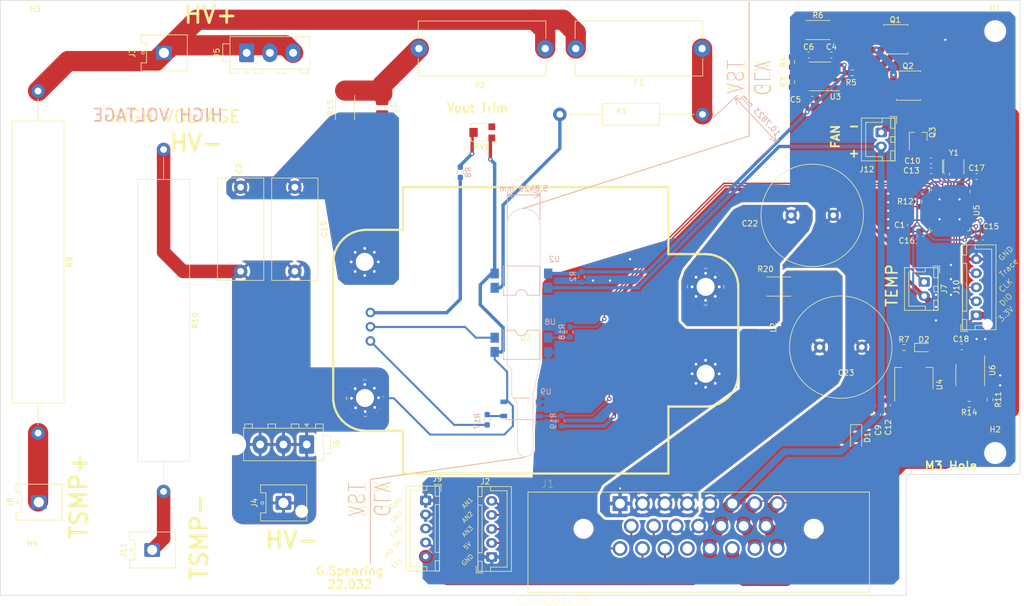
<source format=kicad_pcb>
(kicad_pcb (version 20211014) (generator pcbnew)
  (layers (0 "F.Cu" signal) (31 "B.Cu" signal) (34 "B.Paste" user) (35 "F.Paste" user) (36 "B.SilkS" user "B.Silkscreen") (37 "F.SilkS" user "F.Silkscreen") (38 "B.Mask" user) (39 "F.Mask" user) (44 "Edge.Cuts" user))
  (net 0 "")
  (net 1 "+12V")
  (net 2 "GND")
  (net 3 "Net-(C4-Pad1)")
  (net 4 "VCC")
  (net 5 "/TSAL/pass")
  (net 6 "Net-(C1-Pad2)")
  (net 7 "Net-(C10-Pad1)")
  (net 8 "+3V3")
  (net 9 "Net-(U5-Pad5)")
  (net 10 "Net-(C19-Pad1)")
  (net 11 "Net-(C22-Pad1)")
  (net 12 "/DCDC_OUT")
  (net 13 "Net-(D2-Pad1)")
  (net 14 "/CAN-")
  (net 15 "/CAN+")
  (net 16 "/TSAL_GND")
  (net 17 "/HECS_AN3")
  (net 18 "/HECS_AN2")
  (net 19 "/HECS_AN1")
  (net 20 "/IMD_OK")
  (net 21 "A13_SWDIO")
  (net 22 "A14_SWCLK")
  (net 23 "B3_TRACESWO")
  (net 24 "Net-(R1-Pad1)")
  (net 25 "Net-(R3-Pad2)")
  (net 26 "/TSAL/555_OUT")
  (net 27 "Net-(R11-Pad1)")
  (net 28 "Net-(R17-Pad1)")
  (net 29 "/vicor/FAULT_HV")
  (net 30 "/DC_DC_EN")
  (net 31 "Net-(R18-Pad2)")
  (net 32 "/DC_DC_FAULT")
  (net 33 "Net-(Q1-Pad4)")
  (net 36 "Net-(U5-Pad6)")
  (net 44 "Net-(C9-Pad1)")
  (net 53 "/vicor/EN_HV")
  (net 54 "HV-")
  (net 55 "HV+")
  (net 56 "/TEMP-")
  (net 59 "/TSAL/HV+")
  (net 60 "/vicor/HV+")
  (net 61 "+5VA")
  (net 67 "Net-(J8-Pad1)")
  (net 68 "Net-(J11-Pad1)")
  (net 70 "/controller/CAN_X_P")
  (net 71 "/controller/CAN_X_N")
  (net 75 "Net-(Q1-Pad5)")
  (net 76 "/vicor/TRIM_HV")
  (net 78 "Net-(RV1-Pad2)")
  (net 79 "Net-(J12-Pad1)")
  (net 80 "/controller/FAN_SIG")
  (footprint "AERO_Footprints:TE_MATE-N-LOK_1-770870-x_1x03_P4.14mm_Vertical" (layer "F.Cu") (at 91.4957 48.0601 90)
    (fp_text reference "J5")
    (fp_text value "HV+")
  )
  (footprint "MountingHole:MountingHole_3.2mm_M3" (layer "F.Cu") (at 53.34 139.7)
    (fp_text reference "H4")
    (fp_text value "MountingHole")
  )
  (footprint "AERO_Footprints:vicor-socket-no-cutouts" (layer "F.Cu") (at 112.522 85.3186)
    (fp_text reference "U7")
    (fp_text value "Vicor_AERO")
  )
  (footprint "Connector_Hirose:Hirose_DF63M-1P-3.96DSA_1x01_P3.96mm_Vertical" (layer "F.Cu") (at 74.676 136.652 90)
    (fp_text reference "J11")
    (fp_text value "HV-")
  )
  (footprint "MountingHole:MountingHole_3.2mm_M3" (layer "F.Cu") (at 224.79 119.38)
    (fp_text reference "H2")
    (fp_text value "MountingHole")
  )
  (footprint "Package_TO_SOT_SMD:SOT-23_Handsoldering" (layer "F.Cu") (at 211.074 62.992 90)
    (fp_text reference "Q3")
    (fp_text value "DMN3404L")
  )
  (footprint "LED_SMD:LED_0603_1608Metric_Pad1.05x0.95mm_HandSolder" (layer "F.Cu") (at 212.09 100.584)
    (fp_text reference "D2")
    (fp_text value "LED")
  )
  (footprint "Capacitor_THT:C_Radial_D18.0mm_H35.5mm_P7.50mm" (layer "F.Cu") (at 193.5417 100.5101)
    (fp_text reference "C23")
    (fp_text value "4700uF")
  )
  (footprint "Resistor_SMD:R_0603_1608Metric_Pad0.98x0.95mm_HandSolder" (layer "F.Cu") (at 188.5287 53.2661 90)
    (fp_text reference "R3")
    (fp_text value "100k")
  )
  (footprint "Package_TO_SOT_SMD:SOT-223-3_TabPin2" (layer "F.Cu") (at 210.312 106.045 90)
    (fp_text reference "U4")
    (fp_text value "LD1117S33TR_SOT223")
  )
  (footprint "Diode_SMD:D_SOD-123" (layer "F.Cu") (at 200.025 116.586 -90)
    (fp_text reference "D1")
    (fp_text value "BAT54GW")
  )
  (footprint "Resistor_SMD:R_0603_1608Metric_Pad0.98x0.95mm_HandSolder" (layer "F.Cu") (at 188.5287 49.7101 90)
    (fp_text reference "R4")
    (fp_text value "235k")
  )
  (footprint "Capacitor_SMD:C_0603_1608Metric_Pad1.08x0.95mm_HandSolder" (layer "F.Cu") (at 213.36 67.31 180)
    (fp_text reference "C10")
    (fp_text value "0.1u")
  )
  (footprint "MountingHole:MountingHole_3.2mm_M3" (layer "F.Cu") (at 53.848 44.45)
    (fp_text reference "H3")
    (fp_text value "MountingHole")
  )
  (footprint "Package_TO_SOT_SMD:LFPAK56" (layer "F.Cu") (at 209.5187 53.9021)
    (fp_text reference "Q2")
    (fp_text value "PSMN5R2-60YL")
  )
  (footprint "Connector_JST:JST_XH_B5B-XH-A_1x05_P2.50mm_Vertical" (layer "F.Cu") (at 123.374 127.8316 -90)
    (fp_text reference "J9")
    (fp_text value "Bender-LV")
  )
  (footprint "Resistor_SMD:R_0603_1608Metric_Pad0.98x0.95mm_HandSolder" (layer "F.Cu") (at 220.165501 110.705449 180)
    (fp_text reference "R14")
    (fp_text value "120")
  )
  (footprint "Capacitor_SMD:C_0603_1608Metric_Pad1.08x0.95mm_HandSolder" (layer "F.Cu") (at 209.677 78.74 90)
    (fp_text reference "C1")
    (fp_text value "4.7u")
  )
  (footprint "Package_SO:SOIC-8_3.9x4.9mm_P1.27mm" (layer "F.Cu") (at 220.345 105.475 -90)
    (fp_text reference "U6")
    (fp_text value "MCP2551-I-SN")
  )
  (footprint "Capacitor_THT:C_Radial_D18.0mm_H35.5mm_P7.50mm" (layer "F.Cu") (at 188.4617 77.0151)
    (fp_text reference "C22")
    (fp_text value "4700uF")
  )
  (footprint "Capacitor_THT:C_Rect_L18.0mm_W8.0mm_P15.00mm_FKS3_FKP3" (layer "F.Cu") (at 90.424 72.002 -90)
    (fp_text reference "C2")
    (fp_text value "0.68uF")
  )
  (footprint "Connector_JST:JST_XH_B2B-XH-A_1x02_P2.50mm_Vertical" (layer "F.Cu") (at 212.1507 88.9 -90)
    (fp_text reference "J7")
    (fp_text value "Conn_01x02")
  )
  (footprint "Capacitor_THT:C_Rect_L18.0mm_W8.0mm_P15.00mm_FKS3_FKP3" (layer "F.Cu") (at 100.076 72.002 -90)
    (fp_text reference "C19")
    (fp_text value "0.68uF")
  )
  (footprint "MountingHole:MountingHole_3.2mm_M3" (layer "F.Cu") (at 224.79 44.196)
    (fp_text reference "H1")
    (fp_text value "MountingHole")
  )
  (footprint "Capacitor_SMD:C_0603_1608Metric_Pad1.08x0.95mm_HandSolder" (layer "F.Cu") (at 192.2382 56.3141)
    (fp_text reference "C5")
    (fp_text value "0.1u")
  )
  (footprint "Resistor_SMD:R_2512_6332Metric_Pad1.40x3.35mm_HandSolder" (layer "F.Cu") (at 186.2427 89.7151 180)
    (fp_text reference "R20")
    (fp_text value "1")
  )
  (footprint "Potentiometer_SMD:Potentiometer_Bourns_TC33X_Vertical" (layer "F.Cu") (at 133.35 62.23 180)
    (fp_text reference "RV1")
    (fp_text value "50k TC33x-2-503E")
  )
  (footprint "Fuse:Fuseholder_Cylinder-5x20mm_Schurter_0031_8201_Horizontal_Open" (layer "F.Cu") (at 172.6007 47.2971 180)
    (fp_text reference "F1")
    (fp_text value "2A")
  )
  (footprint "Capacitor_SMD:C_0603_1608Metric_Pad1.08x0.95mm_HandSolder" (layer "F.Cu") (at 211.455 80.772 -90)
    (fp_text reference "C16")
    (fp_text value "0.1u")
  )
  (footprint "Capacitor_SMD:C_0603_1608Metric_Pad1.08x0.95mm_HandSolder" (layer "F.Cu") (at 221.488 70.104)
    (fp_text reference "C17")
    (fp_text value "0.1u")
  )
  (footprint "Resistor_SMD:R_2512_6332Metric_Pad1.40x3.35mm_HandSolder" (layer "F.Cu") (at 109.0267 57.8381 90)
    (fp_text reference "R15")
    (fp_text value "1")
  )
  (footprint "Connector_Hirose:Hirose_DF63M-1P-3.96DSA_1x01_P3.96mm_Vertical" (layer "F.Cu") (at 76.7687 48.0591 90)
    (fp_text reference "J3")
    (fp_text value "HV+")
  )
  (footprint "Fuse:Fuseholder_Cylinder-5x20mm_Schurter_0031_8201_Horizontal_Open" (layer "F.Cu") (at 122.1607 47.2971)
    (fp_text reference "F2")
    (fp_text value "35A")
  )
  (footprint "Capacitor_SMD:C_0603_1608Metric_Pad1.08x0.95mm_HandSolder" (layer "F.Cu") (at 191.5767 48.4401)
    (fp_text reference "C6")
    (fp_text value "1u")
  )
  (footprint "Connector_JST:JST_XH_B2B-XH-A_1x02_P2.50mm_Vertical" (layer "F.Cu") (at 204.487 62.25 -90)
    (fp_text reference "J12")
    (fp_text value "Conn_01x02")
  )
  (footprint "Capacitor_SMD:C_0603_1608Metric_Pad1.08x0.95mm_HandSolder" (layer "F.Cu") (at 195.6407 48.4401)
    (fp_text reference "C4")
    (fp_text value "0.1u")
  )
  (footprint "Resistor_SMD:R_2512_6332Metric_Pad1.40x3.35mm_HandSolder" (layer "F.Cu") (at 193.2277 43.9951)
    (fp_text reference "R6")
    (fp_text value "0.75")
  )
  (footprint "Resistor_SMD:R_0603_1608Metric_Pad0.98x0.95mm_HandSolder" (layer "F.Cu") (at 211.201 74.549 -90)
    (fp_text reference "R12")
    (fp_text value "10k")
  )
  (footprint "Package_TO_SOT_SMD:LFPAK56" (layer "F.Cu") (at 207.2567 45.6461)
    (fp_text reference "Q1")
    (fp_text value "PSMN5R2-60YL")
  )
  (footprint "Capacitor_SMD:C_0603_1608Metric_Pad1.08x0.95mm_HandSolder" (layer "F.Cu") (at 222.631 80.899)
    (fp_text reference "C15")
    (fp_text value "0.1u")
  )
  (footprint "Capacitor_SMD:C_0603_1608Metric_Pad1.08x0.95mm_HandSolder" (layer "F.Cu") (at 205.613 110.871 90)
    (fp_text reference "C12")
    (fp_text value "10u")
  )
  (footprint "AERO_Footprints:TE_1-770669-1_23pin_Horizontal" (layer "F.Cu") (at 157.9872 128.3876)
    (fp_text reference "J1")
    (fp_text value "Conn_01x23")
  )
  (footprint "Resistor_THT:R_Axial_Power_L50.0mm_W9.0mm_P60.96mm" (layer "F.Cu") (at 54.356 54.864 -90)
    (fp_text reference "R9")
    (fp_text value "10k")
  )
  (footprint "Capacitor_SMD:C_0603_1608Metric_Pad1.08x0.95mm_HandSolder" (layer "F.Cu") (at 203.835 112.522 90)
    (fp_text reference "C9")
    (fp_text value ".1u")
  )
  (footprint "Inductor_SMD:L_1008_2520Metric_Pad1.43x2.20mm_HandSolder" (layer "F.Cu") (at 115.6307 57.8381 -90)
    (fp_text reference "L1")
    (fp_text value "1uH")
  )
  (footprint "AERO_Footprints:Resonator_SMD_muRata_CSTxExxV-3Pin_3.0x1.1mm_HandSoldering" (layer "F.Cu") (at 217.424 68.326)
    (fp_text reference "Y1")
    (fp_text value "CSTME8M00")
  )
  (footprint "Resistor_THT:R_Axial_DIN0411_L9.9mm_D3.6mm_P25.40mm_Horizontal" (layer "F.Cu") (at 147.2692 59.0296)
    (fp_text reference "R1")
    (fp_text value "39k")
  )
  (footprint "Package_DFN_QFN:QFN-48-1EP_7x7mm_P0.5mm_EP5.3x5.3mm" (layer "F.Cu") (at 216.6877 76.1376 -90)
    (fp_text reference "U5")
    (fp_text value "STM32F413CGUx")
  )
  (footprint "Resistor_SMD:R_0603_1608Metric_Pad0.98x0.95mm_HandSolder" (layer "F.Cu") (at 208.534 100.584)
    (fp_text reference "R7")
    (fp_text value "330")
  )
  (footprint "Package_SO:SOIC-8_3.9x4.9mm_P1.27mm" (layer "F.Cu") (at 193.6087 52.2501 180)
    (fp_text reference "U3")
    (fp_text value "LM555xM")
  )
  (footprint "Connector_Hirose:Hirose_DF63M-1P-3.96DSA_1x01_P3.96mm_Vertical" (layer "F.Cu") (at 98.044 128.27 90)
    (fp_text reference "J4")
    (fp_text value "HV-")
  )
  (footprint "Connector_JST:JST_XH_B5B-XH-AM_1x05_P2.50mm_Vertical" (layer "F.Cu") (at 221.4217 94.8421 90)
    (fp_text reference "J10")
    (fp_text value "Conn_01x05")
  )
  (footprint "Resistor_THT:R_Axial_Power_L50.0mm_W9.0mm_P60.96mm" (layer "F.Cu") (at 76.708 65.278 -90)
    (fp_text reference "R10")
    (fp_text value "10k")
  )
  (footprint "Inductor_SMD:L_0805_2012Metric_Pad1.15x1.40mm_HandSolder" (layer "F.Cu") (at 183.642 97.019 -90)
    (fp_text reference "L2")
    (fp_text value "0.15uH")
  )
  (footprint "AERO_Footprints:TE_MATE-N-LOK_1-770870-x_1x03_P4.14mm_Vertical" (layer "F.Cu") (at 102.184 117.856 -90)
    (fp_text reference "J6")
    (fp_text value "HV-")
  )
  (footprint "Connector_JST:JST_XH_B5B-XH-A_1x05_P2.50mm_Vertical" (layer "F.Cu") (at 135.1252 137.9116 90)
    (fp_text reference "J2")
    (fp_text value "HECS")
  )
  (footprint "Resistor_SMD:R_0603_1608Metric_Pad0.98x0.95mm_HandSolder" (layer "F.Cu") (at 199.3237 51.6151 180)
    (fp_text reference "R5")
    (fp_text value "10k")
  )
  (footprint "Resistor_SMD:R_0603_1608Metric_Pad0.98x0.95mm_HandSolder" (layer "F.Cu") (at 223.901 109.855 -90)
    (fp_text reference "R11")
    (fp_text value "1k")
  )
  (footprint "Capacitor_SMD:C_0603_1608Metric_Pad1.08x0.95mm_HandSolder" (layer "F.Cu") (at 213.36 69.088)
    (fp_text reference "C13")
    (fp_text value "0.1u")
  )
  (footprint "Connector_Hirose:Hirose_DF63M-1P-3.96DSA_1x01_P3.96mm_Vertical" (layer "F.Cu") (at 54.483 128.143 90)
    (fp_text reference "J8")
    (fp_text value "HV+")
  )
  (footprint "Capacitor_SMD:C_0603_1608Metric_Pad1.08x0.95mm_HandSolder" (layer "F.Cu") (at 218.821 100.457 180)
    (fp_text reference "C18")
    (fp_text value "0.1u")
  )
  (footprint "Package_DIP:SMDIP-4_W9.53mm_Clearance8mm" (layer "B.Cu") (at 140.4277 88.6621)
    (fp_text reference "U2")
    (fp_text value "LTV-817S")
  )
  (footprint "Package_DIP:SMDIP-4_W9.53mm_Clearance8mm" (layer "B.Cu") (at 140.4277 100.0921 180)
    (fp_text reference "U8")
    (fp_text value "LTV-817S")
  )
  (footprint "Resistor_SMD:R_0603_1608Metric_Pad0.98x0.95mm_HandSolder" (layer "B.Cu") (at 151.0957 88.0036 -90)
    (fp_text reference "R2")
    (fp_text value "10k")
  )
  (footprint "Resistor_SMD:R_0603_1608Metric_Pad0.98x0.95mm_HandSolder" (layer "B.Cu") (at 134.3317 113.4506 -90)
    (fp_text reference "R17")
    (fp_text value "1k")
  )
  (footprint "Resistor_SMD:R_0603_1608Metric_Pad0.98x0.95mm_HandSolder" (layer "B.Cu") (at 149.0637 97.8061 -90)
    (fp_text reference "R18")
    (fp_text value "1k")
  )
  (footprint "Package_SO:MFSOP6-4_4.4x3.6mm_P1.27mm" (layer "B.Cu") (at 140.4277 111.5221)
    (fp_text reference "U9")
    (fp_text value "TLP184")
  )
  (footprint "Resistor_SMD:R_0603_1608Metric_Pad0.98x0.95mm_HandSolder" (layer "B.Cu") (at 129.54 69.342 90)
    (fp_text reference "R8")
    (fp_text value "300")
  )
  (footprint "Resistor_SMD:R_0603_1608Metric_Pad0.98x0.95mm_HandSolder" (layer "B.Cu") (at 147.5397 113.6576 -90)
    (fp_text reference "R19")
    (fp_text value "10k")
  )
  (gr_line (start 113.538 124.079) (end 141.097 120.142) (layer "B.SilkS") (width 0.15))
  (gr_line (start 180.975 62.865) (end 180.975 38.9128) (layer "B.SilkS") (width 0.15))
  (gr_line (start 140.589 75.819) (end 180.975 62.865) (layer "B.SilkS") (width 0.15))
  (gr_line (start 113.538 139.065) (end 113.538 124.079) (layer "B.SilkS") (width 0.15))
  (gr_line (start 180.975 62.865) (end 140.843 75.819) (layer "F.SilkS") (width 0.15))
  (gr_line (start 141.097 120.142) (end 115.062 123.825) (layer "F.SilkS") (width 0.15))
  (gr_line (start 115.062 123.825) (end 113.538 124.079) (layer "F.SilkS") (width 0.15))
  (gr_line (start 180.975 38.9128) (end 180.975 62.865) (layer "F.SilkS") (width 0.15))
  (gr_line (start 113.538 124.079) (end 113.538 139.065) (layer "F.SilkS") (width 0.15))
  (gr_line (start 229.235 123.19) (end 208.915 123.19) (layer "Edge.Cuts") (width 0.1))
  (gr_line (start 142.494 118.618) (end 142.494 108.966) (layer "Edge.Cuts") (width 0.1))
  (gr_line (start 47.625 40.005) (end 47.625 38.735) (layer "Edge.Cuts") (width 0.1))
  (gr_line (start 143.764 103.124) (end 143.764 78.74) (layer "Edge.Cuts") (width 0.1))
  (gr_line (start 138.684 109.22) (end 139.7 110.49) (layer "Edge.Cuts") (width 0.1))
  (gr_arc (start 142.494 118.618) (mid 141.097 120.015) (end 139.7 118.618) (layer "Edge.Cuts") (width 0.1))
  (gr_line (start 59.055 144.7292) (end 47.625 144.7292) (layer "Edge.Cuts") (width 0.1))
  (gr_line (start 138.684 104.394) (end 138.684 109.22) (layer "Edge.Cuts") (width 0.1))
  (gr_line (start 137.922 78.74) (end 137.922 103.632) (layer "Edge.Cuts") (width 0.1))
  (gr_line (start 229.235 40.005) (end 229.235 59.69) (layer "Edge.Cuts") (width 0.1))
  (gr_line (start 47.625 53.975) (end 47.625 40.005) (layer "Edge.Cuts") (width 0.1))
  (gr_line (start 47.625 144.7292) (end 47.625 144.145) (layer "Edge.Cuts") (width 0.1))
  (gr_line (start 208.915 144.145) (end 208.915 144.7292) (layer "Edge.Cuts") (width 0.1))
  (gr_line (start 161.29 38.735) (end 229.235 38.735) (layer "Edge.Cuts") (width 0.1))
  (gr_line (start 229.235 59.69) (end 229.235 122.555) (layer "Edge.Cuts") (width 0.1))
  (gr_line (start 208.915 144.7292) (end 59.055 144.7292) (layer "Edge.Cuts") (width 0.1))
  (gr_line (start 142.494 108.966) (end 143.764 103.124) (layer "Edge.Cuts") (width 0.1))
  (gr_line (start 208.915 123.19) (end 208.915 144.145) (layer "Edge.Cuts") (width 0.1))
  (gr_line (start 47.625 93.98) (end 47.625 53.975) (layer "Edge.Cuts") (width 0.1))
  (gr_line (start 137.922 103.632) (end 138.684 104.394) (layer "Edge.Cuts") (width 0.1))
  (gr_line (start 229.235 38.735) (end 229.235 40.005) (layer "Edge.Cuts") (width 0.1))
  (gr_arc (start 137.922 78.74) (mid 140.843 75.819) (end 143.764 78.74) (layer "Edge.Cuts") (width 0.1))
  (gr_line (start 139.7 110.49) (end 139.7 114.808) (layer "Edge.Cuts") (width 0.1))
  (gr_line (start 47.625 144.145) (end 47.625 93.98) (layer "Edge.Cuts") (width 0.1))
  (gr_line (start 229.235 122.555) (end 229.235 123.19) (layer "Edge.Cuts") (width 0.1))
  (gr_line (start 47.625 38.735) (end 83.82 38.735) (layer "Edge.Cuts") (width 0.1))
  (gr_line (start 139.7 114.808) (end 139.7 118.618) (layer "Edge.Cuts") (width 0.1))
  (gr_line (start 83.82 38.735) (end 161.29 38.735) (layer "Edge.Cuts") (width 0.1))
  (gr_text "GLV" (at 183.261 52.578 -90) (layer "B.SilkS") (effects (font (size 2.8 2.4)) (justify mirror)))
  (gr_text "GLV" (at 115.57 127.635 -90) (layer "B.SilkS") (effects (font (size 2.8 2.4)) (justify mirror)))
  (gr_text "TSV\n" (at 178.594197 52.333648 90) (layer "B.SilkS") (effects (font (size 2.8 2.4)) (justify mirror)))
  (gr_text "HIGH VOLTAGE" (at 75.66548 59.182) (layer "B.SilkS") (effects (font (size 2.2 2.2) (thickness 0.3)) (justify mirror)))
  (gr_text "TSV\n" (at 111.125 127.635 90) (layer "B.SilkS") (effects (font (size 2.8 2.4)) (justify mirror)))
  (gr_text "TSV\n" (at 178.594197 52.333648 270) (layer "F.SilkS") (effects (font (size 2.8 2.4))))
  (gr_text "CLK" (at 226.695 89.535 45) (layer "F.SilkS") (effects (font (size 1 1) (thickness 0.1))))
  (gr_text "5V" (at 130.81 135.89 45) (layer "F.SilkS") (effects (font (size 0.8 0.8) (thickness 0.1))))
  (gr_text "IMD_OK" (at 117.5178 136.525 45) (layer "F.SilkS") (effects (font (size 0.8 0.8) (thickness 0.1))))
  (gr_text "GND" (at 226.695 83.82 45) (layer "F.SilkS") (effects (font (size 1 1) (thickness 0.1))))
  (gr_text "Trace" (at 227.203 86.36 45) (layer "F.SilkS") (effects (font (size 1 1) (thickness 0.1))))
  (gr_text "M3 Hole" (at 216.916 121.666) (layer "F.SilkS") (effects (font (size 1.5 1.5) (thickness 0.3))))
  (gr_text "GND" (at 130.81 138.43 45) (layer "F.SilkS") (effects (font (size 0.8 0.8) (thickness 0.1))))
  (gr_text "TSMP+" (at 61.595 127 90) (layer "F.SilkS") (effects (font (size 3 3) (thickness 0.5))))
  (gr_text "GLV" (at 115.602197 127.644648 90) (layer "F.SilkS") (effects (font (size 2.8 2.4))))
  (gr_text "AN3" (at 130.81 133.35 45) (layer "F.SilkS") (effects (font (size 0.8 0.8) (thickness 0.1))))
  (gr_text "HIGH VOLTAGE" (at 78.74 59.436) (layer "F.SilkS") (effects (font (size 2.2 2.2) (thickness 0.3))))
  (gr_text "GLV" (at 183.293197 52.587648 90) (layer "F.SilkS") (effects (font (size 2.8 2.4))))
  (gr_text "FAN" (at 196.342 62.992 90) (layer "F.SilkS") (effects (font (size 1.5 1.5) (thickness 0.3))))
  (gr_text "TEMP" (at 206.375 89.535 90) (layer "F.SilkS") (effects (font (size 2 2) (thickness 0.3))))
  (gr_text "GND" (at 118.1528 130.81 45) (layer "F.SilkS") (effects (font (size 0.8 0.8) (thickness 0.1))))
  (gr_text "Vout Trim" (at 132.588 57.912) (layer "F.SilkS") (effects (font (size 1.5 1.5) (thickness 0.3))))
  (gr_text "GND" (at 118.1528 128.27 45) (layer "F.SilkS") (effects (font (size 0.8 0.8) (thickness 0.1))))
  (gr_text "HV+" (at 85.09 41.275) (layer "F.SilkS") (effects (font (size 3 3) (thickness 0.5))))
  (gr_text "TSMP-" (at 83.058 134.366 90) (layer "F.SilkS") (effects (font (size 3 3) (thickness 0.5))))
  (gr_text "HV-" (at 82.55 64.135) (layer "F.SilkS") (effects (font (size 3 3) (thickness 0.5))))
  (gr_text "AN2" (at 130.81 130.81 45) (layer "F.SilkS") (effects (font (size 0.8 0.8) (thickness 0.1))))
  (gr_text "HV-" (at 99.568 134.874) (layer "F.SilkS") (effects (font (size 3 3) (thickness 0.5))))
  (gr_text "AN1" (at 130.81 128.27 45) (layer "F.SilkS") (effects (font (size 0.8 0.8) (thickness 0.1))))
  (gr_text "-\n\n+" (at 199.644 63.5) (layer "F.SilkS") (effects (font (size 1.5 1.5) (thickness 0.3))))
  (gr_text "DIO" (at 226.695 92.075 45) (layer "F.SilkS") (effects (font (size 1 1) (thickness 0.1))))
  (gr_text "G.Spearing\n22.032" (at 109.855 141.605) (layer "F.SilkS") (effects (font (size 1.5 1.5) (thickness 0.3))))
  (gr_text "TSV\n" (at 111.125 127.635 270) (layer "F.SilkS") (effects (font (size 2.8 2.4))))
  (gr_text "GND" (at 118.11 133.35 45) (layer "F.SilkS") (effects (font (size 0.8 0.8) (thickness 0.1))))
  (gr_text "12V" (at 118.1528 139.065 45) (layer "F.SilkS") (effects (font (size 0.8 0.8) (thickness 0.1))))
  (gr_text "3.3V" (at 226.695 94.615 45) (layer "F.SilkS") (effects (font (size 1 1) (thickness 0.1))))
  (dimension (type aligned) (layer "B.SilkS") (pts (xy 174.244 59.944) (xy 181.61 67.818)) (height -5.774091) (gr_text "10.7823 mm" (at 182.983466 59.150758 313.0908476) (layer "B.SilkS") (effects (font (size 1 1) (thickness 0.15)) (justify mirror))) (format (units 3) (units_format 1) (precision 4)) (style (thickness 0.15) (arrow_length 1.27) (text_position_mode 0) (extension_height 0.58642) (extension_offset 0.5) keep_text_aligned))
  (dimension (type aligned) (layer "B.SilkS") (pts (xy 137.922 78.232) (xy 143.764 78.232)) (height -4.826) (gr_text "5.8420 mm" (at 140.843 72.256) (layer "B.SilkS") (effects (font (size 1 1) (thickness 0.15)) (justify mirror))) (format (units 3) (units_format 1) (precision 4)) (style (thickness 0.15) (arrow_length 1.27) (text_position_mode 0) (extension_height 0.58642) (extension_offset 0.5) keep_text_aligned))
  (segment (start 173.9872 138.5598) (end 170.8254 141.7216) (width 2.4) (layer "F.Cu") (net 1))
  (segment (start 173.9872 136.3876) (end 173.9872 138.5598) (width 2.4) (layer "F.Cu") (net 1))
  (segment (start 200.025 119.286) (end 187.0888 119.286) (width 2.4) (layer "F.Cu") (net 1))
  (segment (start 187.0888 119.286) (end 177.9872 128.3876) (width 2.4) (layer "F.Cu") (net 1))
  (segment (start 173.9872 136.3876) (end 173.9872 134.3876) (width 2.4) (layer "F.Cu") (net 1))
  (segment (start 173.9872 134.3876) (end 175.9872 132.3876) (width 2.4) (layer "F.Cu") (net 1))
  (segment (start 170.8254 141.7216) (end 127.264 141.7216) (width 2.4) (layer "F.Cu") (net 1))
  (segment (start 175.9872 132.3876) (end 175.9872 130.3876) (width 2.4) (layer "F.Cu") (net 1))
  (segment (start 175.9872 130.3876) (end 177.9872 128.3876) (width 2.4) (layer "F.Cu") (net 1))
  (segment (start 127.264 141.7216) (end 123.374 137.8316) (width 2.4) (layer "F.Cu") (net 1))
  (segment (start 204.487 111.997) (end 204.487 64.75) (width 1.2) (layer "B.Cu") (net 1))
  (segment (start 197.358 119.126) (end 204.487 111.997) (width 1.2) (layer "B.Cu") (net 1))
  (segment (start 161.2739 89.9321) (end 161.2739 89.779592) (width 0.6) (layer "B.Cu") (net 1))
  (segment (start 161.2739 89.779592) (end 186.303492 64.75) (width 0.6) (layer "B.Cu") (net 1))
  (segment (start 186.303492 64.75) (end 204.487 64.75) (width 0.6) (layer "B.Cu") (net 1))
  (segment (start 177.9872 128.3876) (end 187.2488 119.126) (width 1.2) (layer "B.Cu") (net 1))
  (segment (start 187.2488 119.126) (end 197.358 119.126) (width 1.2) (layer "B.Cu") (net 1))
  (segment (start 145.1927 89.9321) (end 161.2739 89.9321) (width 0.6) (layer "B.Cu") (net 1))
  (segment (start 220.1377 75.3876) (end 219.5377 75.3876) (width 0.254) (layer "F.Cu") (net 2))
  (segment (start 215.9377 72.6876) (end 215.9377 75.3876) (width 0.254) (layer "F.Cu") (net 2))
  (segment (start 214.4377 78.3876) (end 216.6877 76.1376) (width 0.254) (layer "F.Cu") (net 2))
  (segment (start 218.9377 78.6876) (end 219.0877 78.5376) (width 0.254) (layer "F.Cu") (net 2))
  (segment (start 219.2377 73.8876) (end 219.0877 73.7376) (width 0.254) (layer "F.Cu") (net 2))
  (segment (start 213.2377 78.3876) (end 214.4377 78.3876) (width 0.254) (layer "F.Cu") (net 2))
  (segment (start 215.9377 75.3876) (end 216.6877 76.1376) (width 0.254) (layer "F.Cu") (net 2))
  (segment (start 220.1377 73.8876) (end 219.2377 73.8876) (width 0.254) (layer "F.Cu") (net 2))
  (segment (start 218.9377 79.5876) (end 218.9377 78.6876) (width 0.254) (layer "F.Cu") (net 2))
  (segment (start 219.5377 75.3876) (end 219.0877 74.9376) (width 0.254) (layer "F.Cu") (net 2))
  (via (at 218.44 74.168) (size 0.8) (drill 0.4) (layers "F.Cu" "B.Cu") (net 2))
  (via (at 225.679 107.315) (size 0.8) (drill 0.4) (layers "F.Cu" "B.Cu") (net 2))
  (via (at 205.74 74.676) (size 0.8) (drill 0.4) (layers "F.Cu" "B.Cu") (net 2))
  (via (at 205.74 79.248) (size 0.8) (drill 0.4) (layers "F.Cu" "B.Cu") (net 2))
  (via (at 218.44 77.724) (size 0.8) (drill 0.4) (layers "F.Cu" "B.Cu") (net 2))
  (via (at 214.884 74.168) (size 0.8) (drill 0.4) (layers "F.Cu" "B.Cu") (net 2))
  (via (at 214.249 95.758) (size 0.8) (drill 0.4) (layers "F.Cu" "B.Cu") (net 2))
  (via (at 215.9 45.72) (size 0.8) (drill 0.4) (layers "F.Cu" "B.Cu") (net 2))
  (via (at 205.74 77.724) (size 0.8) (drill 0.4) (layers "F.Cu" "B.Cu") (net 2))
  (via (at 216.916 91.186) (size 0.8) (drill 0.4) (layers "F.Cu" "B.Cu") (net 2))
  (via (at 205.74 73.152) (size 0.8) (drill 0.4) (layers "F.Cu" "B.Cu") (net 2))
  (via (at 216.916 88.392) (size 0.8) (drill 0.4) (layers "F.Cu" "B.Cu") (net 2))
  (via (at 225.679 105.537) (size 0.8) (drill 0.4) (layers "F.Cu" "B.Cu") (net 2))
  (via (at 214.249 91.186) (size 0.8) (drill 0.4) (layers "F.Cu" "B.Cu") (net 2))
  (via (at 214.249 93.345) (size 0.8) (drill 0.4) (layers "F.Cu" "B.Cu") (net 2))
  (via (at 153.162 88.646) (size 0.8) (drill 0.4) (layers "F.Cu" "B.Cu") (net 2))
  (via (at 156.21 88.646) (size 0.8) (drill 0.4) (layers "F.Cu" "B.Cu") (net 2))
  (via (at 159.766 84.836) (size 0.8) (drill 0.4) (layers "F.Cu" "B.Cu") (net 2))
  (via (at 214.884 77.724) (size 0.8) (drill 0.4) (layers "F.Cu" "B.Cu") (net 2))
  (via (at 205.74 76.2) (size 0.8) (drill 0.4) (layers "F.Cu" "B.Cu") (net 2))
  (via (at 216.916 85.852) (size 0.8) (drill 0.4) (layers "F.Cu" "B.Cu") (net 2))
  (via (at 223.012 99.06) (size 0.8) (drill 0.4) (layers "F.Cu" "B.Cu") (net 2))
  (via (at 221.488 99.06) (size 0.8) (drill 0.4) (layers "F.Cu" "B.Cu") (net 2))
  (segment (start 192.9737 50.3451) (end 191.1337 50.3451) (width 0.36) (layer "F.Cu") (net 3))
  (segment (start 194.7782 48.5406) (end 192.9737 50.3451) (width 0.36) (layer "F.Cu") (net 3))
  (segment (start 197.9267 50.2181) (end 196.2107 50.2181) (width 0.6) (layer "F.Cu") (net 4))
  (segment (start 191.3227 58.6001) (end 191.3227 54.3441) (width 0.6) (layer "F.Cu") (net 4))
  (segment (start 196.2107 50.2181) (end 196.0837 50.3451) (width 0.6) (layer "F.Cu") (net 4))
  (segment (start 191.1337 54.1551) (end 188.5522 54.1551) (width 0.6) (layer "F.Cu") (net 4))
  (segment (start 191.3227 54.3441) (end 191.1337 54.1551) (width 0.6) (layer "F.Cu") (net 4))
  (via (at 191.3227 58.6001) (size 0.8) (drill 0.4) (layers "F.Cu" "B.Cu") (net 4))
  (via (at 197.9267 50.2181) (size 0.8) (drill 0.4) (layers "F.Cu" "B.Cu") (net 4))
  (segment (start 151.0957 87.0911) (end 162.8317 87.0911) (width 0.6) (layer "B.Cu") (net 4))
  (segment (start 191.3227 58.6001) (end 197.9267 51.9961) (width 0.6) (layer "B.Cu") (net 4))
  (segment (start 197.9267 51.9961) (end 197.9267 50.2181) (width 0.6) (layer "B.Cu") (net 4))
  (segment (start 150.7947 87.3921) (end 151.0957 87.0911) (width 0.6) (layer "B.Cu") (net 4))
  (segment (start 145.1927 87.3921) (end 150.7947 87.3921) (width 0.6) (layer "B.Cu") (net 4))
  (segment (start 162.8317 87.0911) (end 191.3227 58.6001) (width 0.6) (layer "B.Cu") (net 4))
  (segment (start 188.5287 48.7976) (end 190.3567 48.7976) (width 0.36) (layer "F.Cu") (net 5))
  (segment (start 189.1402 48.7976) (end 189.5447 49.2021) (width 0.36) (layer "F.Cu") (net 5))
  (segment (start 189.5447 49.2021) (end 189.5447 51.2341) (width 0.36) (layer "F.Cu") (net 5))
  (segment (start 189.5447 51.2341) (end 189.9257 51.6151) (width 0.36) (layer "F.Cu") (net 5))
  (segment (start 193.9897 52.8851) (end 196.0837 52.8851) (width 0.36) (layer "F.Cu") (net 5))
  (segment (start 192.7197 51.6151) (end 193.9897 52.8851) (width 0.36) (layer "F.Cu") (net 5))
  (segment (start 189.9257 51.6151) (end 191.1337 51.6151) (width 0.36) (layer "F.Cu") (net 5))
  (segment (start 191.1337 51.6151) (end 192.7197 51.6151) (width 0.36) (layer "F.Cu") (net 5))
  (segment (start 190.3567 48.7976) (end 190.7142 48.4401) (width 0.36) (layer "F.Cu") (net 5))
  (segment (start 209.677 77.8775) (end 213.2276 77.8775) (width 0.254) (layer "F.Cu") (net 6))
  (segment (start 213.2276 77.8775) (end 213.2377 77.8876) (width 0.254) (layer "F.Cu") (net 6))
  (segment (start 215.138 70.103985) (end 215.138 68.072) (width 0.254) (layer "F.Cu") (net 7))
  (segment (start 215.138 68.072) (end 214.376 67.31) (width 0.254) (layer "F.Cu") (net 7))
  (segment (start 214.376 67.31) (end 214.2225 67.31) (width 0.254) (layer "F.Cu") (net 7))
  (segment (start 216.4377 72.6876) (end 216.4377 71.403685) (width 0.254) (layer "F.Cu") (net 7))
  (segment (start 216.4377 71.403685) (end 215.138 70.103985) (width 0.254) (layer "F.Cu") (net 7))
  (segment (start 214.2225 69.9505) (end 214.2225 69.088) (width 0.254) (layer "F.Cu") (net 8))
  (segment (start 219.4377 81.2983) (end 219.4377 79.5876) (width 0.254) (layer "F.Cu") (net 8))
  (segment (start 210.654 102.895) (end 210.312 102.895) (width 0.6) (layer "F.Cu") (net 8))
  (segment (start 219.837 80.899) (end 219.3544 81.3816) (width 0.254) (layer "F.Cu") (net 8))
  (segment (start 210.895567 102.895) (end 210.312 102.895) (width 1.2) (layer "F.Cu") (net 8))
  (segment (start 225.425 103.251) (end 223.139 105.537) (width 1.2) (layer "F.Cu") (net 8))
  (segment (start 212.965 92.2143) (end 212.1507 91.4) (width 1.2) (layer "F.Cu") (net 8))
  (segment (start 215.19376 71.187188) (end 215.19376 70.92176) (width 0.254) (layer "F.Cu") (net 8))
  (segment (start 225.425 97.409) (end 225.425 103.251) (width 1.2) (layer "F.Cu") (net 8))
  (segment (start 221.7685 80.899) (end 219.837 80.899) (width 0.254) (layer "F.Cu") (net 8))
  (segment (start 225.425 97.409) (end 225.425 96.139) (width 1.2) (layer "F.Cu") (net 8))
  (segment (start 210.6665 78.613) (end 209.677 79.6025) (width 0.36) (layer "F.Cu") (net 8))
  (segment (start 219.6835 102.9735) (end 219.71 103) (width 0.36) (layer "F.Cu") (net 8))
  (segment (start 219.6835 100.457) (end 219.6835 96.5803) (width 0.36) (layer "F.Cu") (net 8))
  (segment (start 219.964 70.7655) (end 220.6255 70.104) (width 0.36) (layer "F.Cu") (net 8))
  (segment (start 212.6985 79.9095) (end 213.2377 79.3703) (width 0.254) (layer "F.Cu") (net 8))
  (segment (start 209.984 79.9095) (end 209.677 79.6025) (width 0.254) (layer "F.Cu") (net 8))
  (segment (start 210.312 109.195) (end 210.312 110.871) (width 0.6) (layer "F.Cu") (net 8))
  (segment (start 156.982511 92.321897) (end 176.904848 72.39956) (width 0.6) (layer "F.Cu") (net 8))
  (segment (start 213.2377 79.3703) (end 213.2377 78.8876) (width 0.254) (layer "F.Cu") (net 8))
  (segment (start 208.24896 87.49826) (end 212.1507 91.4) (width 0.6) (layer "F.Cu") (net 8))
  (segment (start 224.1281 94.8421) (end 221.4217 94.8421) (width 1.2) (layer "F.Cu") (net 8))
  (segment (start 208.24896 84.29696) (end 208.24896 87.49826) (width 0.6) (layer "F.Cu") (net 8))
  (segment (start 219.6835 96.5803) (end 221.4217 94.8421) (width 0.36) (layer "F.Cu") (net 8))
  (segment (start 220.1377 71.2937) (end 220.1377 73.38108) (width 0.36) (layer "F.Cu") (net 8))
  (segment (start 219.964 71.12) (end 219.964 70.7655) (width 0.36) (layer "F.Cu") (net 8))
  (segment (start 210.312 110.871) (end 209.4495 111.7335) (width 0.6) (layer "F.Cu") (net 8))
  (segment (start 211.455 79.9095) (end 212.6985 79.9095) (width 0.254) (layer "F.Cu") (net 8))
  (segment (start 215.4377 71.431128) (end 215.19376 71.187188) (width 0.254) (layer "F.Cu") (net 8))
  (segment (start 215.4377 72.6876) (end 215.4377 71.431128) (width 0.254) (layer "F.Cu") (net 8))
  (segment (start 156.845 112.903) (end 156.982511 112.765489) (width 0.6) (layer "F.Cu") (net 8))
  (segment (start 176.904848 72.39956) (end 196.35156 72.39956) (width 0.6) (layer "F.Cu") (net 8))
  (segment (start 209.4495 111.7335) (end 205.613 111.7335) (width 0.6) (layer "F.Cu") (net 8))
  (segment (start 212.965 100.584) (end 212.965 92.2143) (width 1.2) (layer "F.Cu") (net 8))
  (segment (start 212.965 100.584) (end 212.965 100.825567) (width 1.2) (layer "F.Cu") (net 8))
  (segment (start 219.6835 100.457) (end 219.6835 102.9735) (width 0.36) (layer "F.Cu") (net 8))
  (segment (start 210.682 102.895) (end 210.312 102.895) (width 0.36) (layer "F.Cu") (net 8))
  (segment (start 225.425 96.139) (end 224.1281 94.8421) (width 1.2) (layer "F.Cu") (net 8))
  (segment (start 196.35156 72.39956) (end 208.24896 84.29696) (width 0.6) (layer "F.Cu") (net 8))
  (segment (start 212.965 100.825567) (end 210.895567 102.895) (width 1.2) (layer "F.Cu") (net 8))
  (segment (start 156.982511 112.765489) (end 156.982511 92.321897) (width 0.6) (layer "F.Cu") (net 8))
  (segment (start 211.455 79.9095) (end 209.984 79.9095) (width 0.254) (layer "F.Cu") (net 8))
  (segment (start 219.964 71.12) (end 220.1377 71.2937) (width 0.36) (layer "F.Cu") (net 8))
  (segment (start 210.312 109.195) (end 210.312 102.895) (width 0.6) (layer "F.Cu") (net 8))
  (segment (start 223.139 105.537) (end 212.954 105.537) (width 1.2) (layer "F.Cu") (net 8))
  (segment (start 212.954 105.537) (end 210.312 102.895) (width 1.2) (layer "F.Cu") (net 8))
  (segment (start 215.19376 70.92176) (end 214.2225 69.9505) (width 0.254) (layer "F.Cu") (net 8))
  (segment (start 210.89618 78.613) (end 210.6665 78.613) (width 0.36) (layer "F.Cu") (net 8))
  (via (at 210.89618 78.613) (size 0.8) (drill 0.4) (layers "F.Cu" "B.Cu") (net 8))
  (via (at 215.19376 71.187188) (size 0.8) (drill 0.4) (layers "F.Cu" "B.Cu") (net 8))
  (via (at 219.964 71.12) (size 0.8) (drill 0.4) (layers "F.Cu" "B.Cu") (net 8))
  (via (at 219.3544 81.3816) (size 0.8) (drill 0.4) (layers "F.Cu" "B.Cu") (net 8))
  (via (at 156.845 112.903) (size 0.8) (drill 0.4) (layers "F.Cu" "B.Cu") (net 8))
  (segment (start 210.89618 73.83782) (end 213.679526 71.054474) (width 0.36) (layer "B.Cu") (net 8))
  (segment (start 219.898474 71.054474) (end 219.964 71.12) (width 0.36) (layer "B.Cu") (net 8))
  (segment (start 211.415 91.4) (end 212.1507 91.4) (width 0.36) (layer "B.Cu") (net 8))
  (segment (start 210.185 90.17) (end 211.415 91.4) (width 0.36) (layer "B.Cu") (net 8))
  (segment (start 156.845 112.903) (end 155.1779 114.5701) (width 0.6) (layer "B.Cu") (net 8))
  (segment (start 211.074 78.613) (end 210.89618 78.613) (width 0.36) (layer "B.Cu") (net 8))
  (segment (start 213.8426 81.3816) (end 211.074 78.613) (width 0.36) (layer "B.Cu") (net 8))
  (segment (start 214.956843 71.054474) (end 219.898474 71.054474) (width 0.36) (layer "B.Cu") (net 8))
  (segment (start 219.3544 81.3816) (end 213.8426 81.3816) (width 0.36) (layer "B.Cu") (net 8))
  (segment (start 213.679526 71.054474) (end 214.956843 71.054474) (width 0.36) (layer "B.Cu") (net 8))
  (segment (start 155.1779 114.5701) (end 147.5397 114.5701) (width 0.6) (layer "B.Cu") (net 8))
  (segment (start 210.89618 78.613) (end 210.89618 73.83782) (width 0.36) (layer "B.Cu") (net 8))
  (segment (start 210.185 79.32418) (end 210.89618 78.613) (width 0.36) (layer "B.Cu") (net 8))
  (segment (start 210.185 79.32418) (end 210.185 90.17) (width 0.36) (layer "B.Cu") (net 8))
  (segment (start 217.424 72.6739) (end 217.4377 72.6876) (width 0.254) (layer "F.Cu") (net 9))
  (segment (start 218.624 68.326) (end 218.624 69.92) (width 0.254) (layer "F.Cu") (net 9))
  (segment (start 218.624 69.92) (end 217.424 71.12) (width 0.254) (layer "F.Cu") (net 9))
  (segment (start 217.424 71.12) (end 217.424 72.6739) (width 0.254) (layer "F.Cu") (net 9))
  (segment (start 211.215 100.584) (end 209.4465 100.584) (width 0.36) (layer "F.Cu") (net 13))
  (segment (start 219.9405 112.8623) (end 219.9405 111.392948) (width 0.2) (layer "F.Cu") (net 14))
  (segment (start 182.4372 127.9376) (end 184.157471 127.9376) (width 0.2) (layer "F.Cu") (net 14))
  (segment (start 181.9872 136.3876) (end 181.9872 134.3876) (width 2.4) (layer "F.Cu") (net 14))
  (segment (start 219.71 107.95) (end 219.71 110.24845) (width 0.254) (layer "F.Cu") (net 14))
  (segment (start 184.157471 127.9376) (end 185.319482 126.775589) (width 0.2) (layer "F.Cu") (net 14))
  (segment (start 207.4248 118.901) (end 213.9018 118.901) (width 0.2) (layer "F.Cu") (net 14))
  (segment (start 187.67033 127.791) (end 198.5348 127.791) (width 0.2) (layer "F.Cu") (net 14))
  (segment (start 198.5348 127.791) (end 207.4248 118.901) (width 0.2) (layer "F.Cu") (net 14))
  (segment (start 219.9405 111.392948) (end 219.253001 110.705449) (width 0.2) (layer "F.Cu") (net 14))
  (segment (start 181.9872 134.3876) (end 179.9872 132.3876) (width 2.4) (layer "F.Cu") (net 14))
  (segment (start 213.9018 118.901) (end 219.9405 112.8623) (width 0.2) (layer "F.Cu") (net 14))
  (segment (start 179.9872 132.3876) (end 179.9872 130.3876) (width 2.4) (layer "F.Cu") (net 14))
  (segment (start 219.71 110.24845) (end 219.253001 110.705449) (width 0.254) (layer "F.Cu") (net 14))
  (segment (start 179.9872 130.3876) (end 181.9872 128.3876) (width 2.4) (layer "F.Cu") (net 14))
  (segment (start 181.9872 128.3876) (end 182.4372 127.9376) (width 0.2) (layer "F.Cu") (net 14))
  (segment (start 185.319482 126.775589) (end 186.654918 126.775589) (width 0.2) (layer "F.Cu") (net 14))
  (segment (start 186.654918 126.775589) (end 187.67033 127.791) (width 0.2) (layer "F.Cu") (net 14))
  (segment (start 185.9872 128.3876) (end 186.8906 128.3876) (width 0.2) (layer "F.Cu") (net 15))
  (segment (start 183.9872 130.3876) (end 185.9872 128.3876) (width 2.4) (layer "F.Cu") (net 15))
  (segment (start 198.7212 128.241) (end 207.6112 119.351) (width 0.2) (layer "F.Cu") (net 15))
  (segment (start 220.390502 113.048698) (end 220.390502 111.392948) (width 0.2) (layer "F.Cu") (net 15))
  (segment (start 191.025 128.541) (end 191.025 128.903132) (width 0.2) (layer "F.Cu") (net 15))
  (segment (start 196.775 128.241) (end 198.7212 128.241) (width 0.2) (layer "F.Cu") (net 15))
  (segment (start 192.225 128.541) (end 192.225 128.903132) (width 0.2) (layer "F.Cu") (net 15))
  (segment (start 187.0372 128.241) (end 190.725 128.241) (width 0.2) (layer "F.Cu") (net 15))
  (segment (start 220.98 110.607448) (end 221.078001 110.705449) (width 0.254) (layer "F.Cu") (net 15))
  (segment (start 185.9872 136.3876) (end 185.9872 134.3876) (width 2.4) (layer "F.Cu") (net 15))
  (segment (start 193.425 128.541) (end 193.425 128.903132) (width 0.2) (layer "F.Cu") (net 15))
  (segment (start 214.0882 119.351) (end 220.390502 113.048698) (width 0.2) (layer "F.Cu") (net 15))
  (segment (start 194.025 128.903132) (end 194.025 128.541) (width 0.2) (layer "F.Cu") (net 15))
  (segment (start 191.625 128.903132) (end 191.625 128.541) (width 0.2) (layer "F.Cu") (net 15))
  (segment (start 183.9872 132.3876) (end 183.9872 130.3876) (width 2.4) (layer "F.Cu") (net 15))
  (segment (start 220.98 107.95) (end 220.98 110.607448) (width 0.254) (layer "F.Cu") (net 15))
  (segment (start 192.825 128.903132) (end 192.825 128.541) (width 0.2) (layer "F.Cu") (net 15))
  (segment (start 194.325 128.241) (end 196.775 128.241) (width 0.2) (layer "F.Cu") (net 15))
  (segment (start 220.390502 111.392948) (end 221.078001 110.705449) (width 0.2) (layer "F.Cu") (net 15))
  (segment (start 186.8906 128.3876) (end 187.0372 128.241) (width 0.2) (layer "F.Cu") (net 15))
  (segment (start 185.9872 134.3876) (end 183.9872 132.3876) (width 2.4) (layer "F.Cu") (net 15))
  (segment (start 207.6112 119.351) (end 214.0882 119.351) (width 0.2) (layer "F.Cu") (net 15))
  (arc (start 192.525 129.203132) (mid 192.737132 129.115264) (end 192.825 128.903132) (width 0.2) (layer "F.Cu") (net 15))
  (arc (start 193.425 128.903132) (mid 193.512868 129.115264) (end 193.725 129.203132) (width 0.2) (layer "F.Cu") (net 15))
  (arc (start 194.025 128.541) (mid 194.112868 128.328868) (end 194.325 128.241) (width 0.2) (layer "F.Cu") (net 15))
  (arc (start 193.725 129.203132) (mid 193.937132 129.115264) (end 194.025 128.903132) (width 0.2) (layer "F.Cu") (net 15))
  (arc (start 192.825 128.541) (mid 192.912868 128.328868) (end 193.125 128.241) (width 0.2) (layer "F.Cu") (net 15))
  (arc (start 193.125 128.241) (mid 193.337132 128.328868) (end 193.425 128.541) (width 0.2) (layer "F.Cu") (net 15))
  (arc (start 191.025 128.903132) (mid 191.112868 129.115264) (end 191.325 129.203132) (width 0.2) (layer "F.Cu") (net 15))
  (arc (start 190.725 128.241) (mid 190.937132 128.328868) (end 191.025 128.541) (width 0.2) (layer "F.Cu") (net 15))
  (arc (start 192.225 128.903132) (mid 192.312868 129.115264) (end 192.525 129.203132) (width 0.2) (layer "F.Cu") (net 15))
  (arc (start 191.625 128.541) (mid 191.712868 128.328868) (end 191.925 128.241) (width 0.2) (layer "F.Cu") (net 15))
  (arc (start 191.925 128.241) (mid 192.137132 128.328868) (end 192.225 128.541) (width 0.2) (layer "F.Cu") (net 15))
  (arc (start 191.325 129.203132) (mid 191.537132 129.115264) (end 191.625 128.903132) (width 0.2) (layer "F.Cu") (net 15))
  (segment (start 187.555588 141.8844) (end 208.434388 121.0056) (width 2.4) (layer "F.Cu") (net 16))
  (segment (start 222.5581 53.9021) (end 211.6187 53.9021) (width 2.4) (layer "F.Cu") (net 16))
  (segment (start 180.1114 141.8844) (end 187.555588 141.8844) (width 2.4) (layer "F.Cu") (net 16))
  (segment (start 223.266 113.665) (end 225.933 113.665) (width 2.4) (layer "F.Cu") (net 16))
  (segment (start 225.933 113.665) (end 227.838 111.76) (width 2.4) (layer "F.Cu") (net 16))
  (segment (start 177.9872 136.3876) (end 177.9872 139.7602) (width 2.4) (layer "F.Cu") (net 16))
  (segment (start 227.838 59.182) (end 222.5581 53.9021) (width 2.4) (layer "F.Cu") (net 16))
  (segment (start 227.838 111.76) (end 227.838 59.182) (width 2.4) (layer "F.Cu") (net 16))
  (segment (start 208.434388 121.0056) (end 208.434388 121.003612) (width 2.4) (layer "F.Cu") (net 16))
  (segment (start 177.9872 139.7602) (end 180.1114 141.8844) (width 2.4) (layer "F.Cu") (net 16))
  (segment (start 215.927388 121.003612) (end 223.266 113.665) (width 2.4) (layer "F.Cu") (net 16))
  (segment (start 208.434388 121.003612) (end 215.927388 121.003612) (width 2.4) (layer "F.Cu") (net 16))
  (segment (start 135.1252 132.9116) (end 139.096 132.9116) (width 0.36) (layer "F.Cu") (net 17))
  (segment (start 161.9872 138.2276) (end 161.9872 136.3876) (width 0.36) (layer "F.Cu") (net 17))
  (segment (start 139.096 132.9116) (end 142.50584 136.32144) (width 0.36) (layer "F.Cu") (net 17))
  (segment (start 142.50584 136.32144) (end 142.50584 136.37296) (width 0.36) (layer "F.Cu") (net 17))
  (segment (start 145.15592 139.02304) (end 161.19176 139.02304) (width 0.36) (layer "F.Cu") (net 17))
  (segment (start 161.19176 139.02304) (end 161.9872 138.2276) (width 0.36) (layer "F.Cu") (net 17))
  (segment (start 142.50584 136.37296) (end 145.15592 139.02304) (width 0.36) (layer "F.Cu") (net 17))
  (segment (start 159.21128 138.46352) (end 159.9872 137.6876) (width 0.36) (layer "F.Cu") (net 18))
  (segment (start 137.38728 130.4116) (end 145.4392 138.46352) (width 0.36) (layer "F.Cu") (net 18))
  (segment (start 159.9872 137.6876) (end 159.9872 132.3876) (width 0.36) (layer "F.Cu") (net 18))
  (segment (start 145.4392 138.46352) (end 159.21128 138.46352) (width 0.36) (layer "F.Cu") (net 18))
  (segment (start 135.1252 130.4116) (end 137.38728 130.4116) (width 0.36) (layer "F.Cu") (net 18))
  (segment (start 144.15456 136.3876) (end 157.9872 136.3876) (width 0.36) (layer "F.Cu") (net 19))
  (segment (start 135.67856 127.9116) (end 144.15456 136.3876) (width 0.36) (layer "F.Cu") (net 19))
  (segment (start 165.9872 138.0376) (end 163.88272 140.14208) (width 0.36) (layer "F.Cu") (net 20))
  (segment (start 165.9872 136.3876) (end 165.9872 138.0376) (width 0.36) (layer "F.Cu") (net 20))
  (segment (start 128.63548 140.14208) (end 123.825 135.3316) (width 0.36) (layer "F.Cu") (net 20))
  (segment (start 163.88272 140.14208) (end 128.63548 140.14208) (width 0.36) (layer "F.Cu") (net 20))
  (segment (start 218.4377 90.0153) (end 220.7645 92.3421) (width 0.254) (layer "F.Cu") (net 21))
  (segment (start 218.4377 79.5876) (end 218.4377 90.0153) (width 0.254) (layer "F.Cu") (net 21))
  (segment (start 220.7645 92.3421) (end 221.4217 92.3421) (width 0.254) (layer "F.Cu") (net 21))
  (segment (start 220.1377 78.8876) (end 221.2546 78.8876) (width 0.254) (layer "F.Cu") (net 22))
  (segment (start 221.2546 78.8876) (end 221.361 78.994) (width 0.254) (layer "F.Cu") (net 22))
  (via (at 221.361 78.994) (size 0.8) (drill 0.4) (layers "F.Cu" "B.Cu") (net 22))
  (segment (start 220.0171 89.8421) (end 221.4217 89.8421) (width 0.254) (layer "B.Cu") (net 22))
  (segment (start 219.075 82.688443) (end 219.075 88.9) (width 0.254) (layer "B.Cu") (net 22))
  (segment (start 219.075 88.9) (end 220.0171 89.8421) (width 0.254) (layer "B.Cu") (net 22))
  (segment (start 221.361 78.994) (end 221.361 80.402443) (width 0.254) (layer "B.Cu") (net 22))
  (segment (start 221.361 80.402443) (end 219.075 82.688443) (width 0.254) (layer "B.Cu") (net 22))
  (segment (start 220.1377 77.8876) (end 222.0326 77.8876) (width 0.254) (layer "F.Cu") (net 23))
  (segment (start 222.0326 77.8876) (end 222.123 77.978) (width 0.254) (layer "F.Cu") (net 23))
  (via (at 222.123 77.978) (size 0.8) (drill 0.4) (layers "F.Cu" "B.Cu") (net 23))
  (segment (start 219.52852 86.43252) (end 220.4381 87.3421) (width 0.254) (layer "B.Cu") (net 23))
  (segment (start 219.52852 82.876297) (end 219.52852 86.43252) (width 0.254) (layer "B.Cu") (net 23))
  (segment (start 222.123 77.978) (end 222.123 80.281817) (width 0.254) (layer "B.Cu") (net 23))
  (segment (start 220.4381 87.3421) (end 221.4217 87.3421) (width 0.254) (layer "B.Cu") (net 23))
  (segment (start 222.123 80.281817) (end 219.52852 82.876297) (width 0.254) (layer "B.Cu") (net 23))
  (segment (start 135.6627 89.9321) (end 136.6359 89.9321) (width 0.6) (layer "B.Cu") (net 24))
  (segment (start 137.16 75.184) (end 147.2692 65.0748) (width 0.6) (layer "B.Cu") (net 24))
  (segment (start 136.6359 89.9321) (end 137.16 89.408) (width 0.6) (layer "B.Cu") (net 24))
  (segment (start 147.2692 65.0748) (end 147.2692 59.0296) (width 0.6) (layer "B.Cu") (net 24))
  (segment (start 137.16 89.408) (end 137.16 75.184) (width 0.6) (layer "B.Cu") (net 24))
  (segment (start 189.3942 52.3536) (end 190.0527 53.0121) (width 0.36) (layer "F.Cu") (net 25))
  (segment (start 190.0527 53.0121) (end 191.0067 53.0121) (width 0.36) (layer "F.Cu") (net 25))
  (segment (start 188.5287 50.6226) (end 188.5287 52.3536) (width 0.36) (layer "F.Cu") (net 25))
  (segment (start 191.0067 53.0121) (end 191.1337 52.8851) (width 0.36) (layer "F.Cu") (net 25))
  (segment (start 188.5287 52.3536) (end 189.3942 52.3536) (width 0.36) (layer "F.Cu") (net 25))
  (segment (start 196.0837 51.6151) (end 198.4112 51.6151) (width 0.36) (layer "F.Cu") (net 26))
  (segment (start 223.2425 108.9425) (end 222.25 107.95) (width 0.254) (layer "F.Cu") (net 27))
  (segment (start 223.901 108.9425) (end 223.2425 108.9425) (width 0.254) (layer "F.Cu") (net 27))
  (segment (start 137.2777 112.7921) (end 134.5857 112.7921) (width 0.36) (layer "B.Cu") (net 28))
  (segment (start 134.3317 114.3631) (end 128.44092 114.3631) (width 0.36) (layer "B.Cu") (net 29))
  (segment (start 128.44092 114.3631) (end 113.53282 99.455) (width 0.36) (layer "B.Cu") (net 29))
  (segment (start 214.4377 72.6876) (end 214.4377 72.1977) (width 0.254) (layer "F.Cu") (net 30))
  (segment (start 155.194 92.583) (end 155.194 95.504) (width 0.254) (layer "F.Cu") (net 30))
  (segment (start 213.55952 71.31952) (end 176.45748 71.31952) (width 0.254) (layer "F.Cu") (net 30))
  (segment (start 176.45748 71.31952) (end 155.194 92.583) (width 0.254) (layer "F.Cu") (net 30))
  (segment (start 214.4377 72.1977) (end 213.55952 71.31952) (width 0.254) (layer "F.Cu") (net 30))
  (via (at 155.194 95.504) (size 0.8) (drill 0.4) (layers "F.Cu" "B.Cu") (net 30))
  (segment (start 153.8044 96.8936) (end 149.0637 96.8936) (width 0.254) (layer "B.Cu") (net 30))
  (segment (start 155.194 95.504) (end 153.8044 96.8936) (width 0.254) (layer "B.Cu") (net 30))
  (segment (start 148.9602 98.8221) (end 145.1927 98.8221) (width 0.36) (layer "B.Cu") (net 31))
  (segment (start 213.02314 71.77304) (end 213.9377 72.6876) (width 0.254) (layer "F.Cu") (net 32))
  (segment (start 156.083 109.728) (end 156.083 92.335374) (width 0.254) (layer "F.Cu") (net 32))
  (segment (start 176.645334 71.77304) (end 213.02314 71.77304) (width 0.254) (layer "F.Cu") (net 32))
  (segment (start 156.083 92.335374) (end 176.645334 71.77304) (width 0.254) (layer "F.Cu") (net 32))
  (via (at 156.083 109.728) (size 0.8) (drill 0.4) (layers "F.Cu" "B.Cu") (net 32))
  (segment (start 143.5777 112.7921) (end 147.4927 112.7921) (width 0.36) (layer "B.Cu") (net 32))
  (segment (start 156.083 109.728) (end 153.0659 112.7451) (width 0.254) (layer "B.Cu") (net 32))
  (segment (start 153.0659 112.7451) (end 147.5397 112.7451) (width 0.254) (layer "B.Cu") (net 32))
  (segment (start 199.8387 47.5561) (end 196.2777 43.9951) (width 1.2) (layer "F.Cu") (net 33))
  (segment (start 204.4217 47.5561) (end 203.6499 47.5561) (width 1.2) (layer "F.Cu") (net 33))
  (segment (start 203.6499 47.5561) (end 199.8387 47.5561) (width 1.2) (layer "F.Cu") (net 33))
  (segment (start 206.6837 51.9921) (end 206.6837 54.41258) (width 1.2) (layer "F.Cu") (net 33))
  (via (at 206.6837 51.9921) (size 0.8) (drill 0.4) (layers "F.Cu" "B.Cu") (net 33))
  (via (at 203.6499 47.5561) (size 0.8) (drill 0.4) (layers "F.Cu" "B.Cu") (net 33))
  (segment (start 206.6837 50.5899) (end 203.6499 47.5561) (width 1.2) (layer "B.Cu") (net 33))
  (segment (start 206.6837 51.9921) (end 206.6837 50.5899) (width 1.2) (layer "B.Cu") (net 33))
  (segment (start 216.224 68.326) (end 216.224 70.428) (width 0.254) (layer "F.Cu") (net 36))
  (segment (start 216.224 70.428) (end 216.9377 71.1417) (width 0.254) (layer "F.Cu") (net 36))
  (segment (start 216.9377 71.1417) (end 216.9377 72.6876) (width 0.254) (layer "F.Cu") (net 36))
  (segment (start 212.612 111.444022) (end 212.612 109.195) (width 2.4) (layer "F.Cu") (net 44))
  (segment (start 210.170022 113.886) (end 212.612 111.444022) (width 2.4) (layer "F.Cu") (net 44))
  (segment (start 200.025 113.886) (end 210.170022 113.886) (width 2.4) (layer "F.Cu") (net 44))
  (segment (start 135.6627 98.8221) (end 132.2997 98.8221) (width 0.36) (layer "B.Cu") (net 53))
  (segment (start 130.3926 96.915) (end 113.53282 96.915) (width 0.36) (layer "B.Cu") (net 53))
  (segment (start 132.2997 98.8221) (end 130.3926 96.915) (width 0.36) (layer "B.Cu") (net 53))
  (segment (start 76.708 65.278) (end 76.708 83.566) (width 2.4) (layer "F.Cu") (net 54))
  (segment (start 134.896 67.04) (end 134.896 63.484) (width 0.6) (layer "F.Cu") (net 54))
  (segment (start 80.144 87.002) (end 90.424 87.002) (width 2.4) (layer "F.Cu") (net 54))
  (segment (start 134.896 63.484) (end 135.15 63.23) (width 0.6) (layer "F.Cu") (net 54))
  (segment (start 76.708 83.566) (end 80.144 87.002) (width 2.4) (layer "F.Cu") (net 54))
  (via (at 134.896 67.04) (size 0.8) (drill 0.4) (layers "F.Cu" "B.Cu") (net 54))
  (segment (start 124.1717 116.0941) (end 117.6926 109.615) (width 0.36) (layer "B.Cu") (net 54))
  (segment (start 136.8899 101.3621) (end 135.6627 101.3621) (width 0.6) (layer "B.Cu") (net 54))
  (segment (start 137.8877 109.9981) (end 137.8877 104.9181) (width 0.36) (layer "B.Cu") (net 54))
  (segment (start 133.096 92.964) (end 137.16 97.028) (width 0.6) (layer "B.Cu") (net 54))
  (segment (start 135.6627 87.3921) (end 135.6627 67.8067) (width 0.6) (layer "B.Cu") (net 54))
  (segment (start 135.6627 102.6931) (end 137.8877 104.9181) (width 0.36) (layer "B.Cu") (net 54))
  (segment (start 135.6627 67.8067) (end 134.896 67.04) (width 0.6) (layer "B.Cu") (net 54))
  (segment (start 133.096 89.408) (end 133.096 92.964) (width 0.6) (layer "B.Cu") (net 54))
  (segment (start 138.9037 114.5701) (end 137.3797 116.0941) (width 0.36) (layer "B.Cu") (net 54))
  (segment (start 137.16 101.092) (end 136.8899 101.3621) (width 0.6) (layer "B.Cu") (net 54))
  (segment (start 135.6627 87.3921) (end 135.1119 87.3921) (width 0.6) (layer "B.Cu") (net 54))
  (segment (start 138.9037 111.0141) (end 138.9037 114.5701) (width 0.36) (layer "B.Cu") (net 54))
  (segment (start 137.16 97.028) (end 137.16 101.092) (width 0.6) (layer "B.Cu") (net 54))
  (segment (start 138.9037 111.0141) (end 138.1417 110.2521) (width 0.36) (layer "B.Cu") (net 54))
  (segment (start 137.2777 110.2521) (end 138.1417 110.2521) (width 0.36) (layer "B.Cu") (net 54))
  (segment (start 137.3797 116.0941) (end 124.1717 116.0941) (width 0.36) (layer "B.Cu") (net 54))
  (segment (start 135.6627 101.3621) (end 135.6627 102.6931) (width 0.36) (layer "B.Cu") (net 54))
  (segment (start 135.1119 87.3921) (end 133.096 89.408) (width 0.6) (layer "B.Cu") (net 54))
  (segment (start 117.6926 109.615) (end 112.56254 109.615) (width 0.36) (layer "B.Cu") (net 54))
  (segment (start 138.1417 110.2521) (end 137.8877 109.9981) (width 0.36) (layer "B.Cu") (net 54))
  (segment (start 59.69 49.53) (end 54.356 54.864) (width 3.6) (layer "F.Cu") (net 55))
  (segment (start 82.6638 42.164) (end 142.748 42.164) (width 3.6) (layer "F.Cu") (net 55))
  (segment (start 99.7757 48.0601) (end 98.425179 46.709579) (width 3.6) (layer "F.Cu") (net 55))
  (segment (start 78.118221 46.709579) (end 76.7687 48.0591) (width 3.6) (layer "F.Cu") (net 55))
  (segment (start 76.7687 48.0591) (end 82.6638 42.164) (width 3.6) (layer "F.Cu") (net 55))
  (segment (start 142.748 42.164) (end 144.6607 44.0767) (width 3.6) (layer "F.Cu") (net 55))
  (segment (start 76.7687 48.0591) (end 75.2978 49.53) (width 3.6) (layer "F.Cu") (net 55))
  (segment (start 98.425179 46.709579) (end 78.118221 46.709579) (width 3.6) (layer "F.Cu") (net 55))
  (segment (start 144.6607 44.0767) (end 144.6607 47.2971) (width 3.6) (layer "F.Cu") (net 55))
  (segment (start 147.828 42.164) (end 150.1007 44.4367) (width 3.6) (layer "F.Cu") (net 55))
  (segment (start 142.748 42.164) (end 147.828 42.164) (width 3.6) (layer "F.Cu") (net 55))
  (segment (start 150.1007 44.4367) (end 150.1007 47.2971) (width 3.6) (layer "F.Cu") (net 55))
  (segment (start 75.2978 49.53) (end 59.69 49.53) (width 3.6) (layer "F.Cu") (net 55))
  (segment (start 210.1615 75.4615) (end 208.87548 76.74752) (width 0.254) (layer "F.Cu") (net 56))
  (segment (start 211.2749 75.3876) (end 211.2245 75.438) (width 0.254) (layer "F.Cu") (net 56))
  (segment (start 208.87548 85.62478) (end 212.1507 88.9) (width 0.254) (layer "F.Cu") (net 56))
  (segment (start 208.87548 76.74752) (end 208.87548 85.62478) (width 0.254) (layer "F.Cu") (net 56))
  (segment (start 211.201 75.4615) (end 210.1615 75.4615) (width 0.254) (layer "F.Cu") (net 56))
  (segment (start 213.2377 75.3876) (end 211.2749 75.3876) (width 0.254) (layer "F.Cu") (net 56))
  (segment (start 172.6007 47.2971) (end 172.6007 58.9611) (width 3.6) (layer "F.Cu") (net 59))
  (segment (start 172.6007 58.9611) (end 172.6692 59.0296) (width 3.6) (layer "F.Cu") (net 59))
  (segment (start 115.6307 53.8271) (end 122.1607 47.2971) (width 3.6) (layer "F.Cu") (net 60))
  (segment (start 115.6307 55.3381) (end 115.6307 53.8271) (width 3.6) (layer "F.Cu") (net 60))
  (segment (start 109.0267 54.7881) (end 115.0807 54.7881) (width 3.6) (layer "F.Cu") (net 60))
  (segment (start 115.0807 54.7881) (end 115.6307 55.3381) (width 3.6) (layer "F.Cu") (net 60))
  (segment (start 162.41024 139.58256) (end 163.9872 138.0056) (width 0.36) (layer "F.Cu") (net 61))
  (segment (start 135.1252 135.4116) (end 140.80472 135.4116) (width 0.36) (layer "F.Cu") (net 61))
  (segment (start 163.9872 138.0056) (end 163.9872 132.3876) (width 0.36) (layer "F.Cu") (net 61))
  (segment (start 140.80472 135.46312) (end 144.92416 139.58256) (width 0.36) (layer "F.Cu") (net 61))
  (segment (start 144.92416 139.58256) (end 162.41024 139.58256) (width 0.36) (layer "F.Cu") (net 61))
  (segment (start 140.80472 135.4116) (end 140.80472 135.46312) (width 0.36) (layer "F.Cu") (net 61))
  (segment (start 54.356 115.824) (end 54.356 128.016) (width 3.6) (layer "F.Cu") (net 67))
  (segment (start 76.708 126.238) (end 76.708 134.62) (width 2.4) (layer "F.Cu") (net 68))
  (segment (start 76.708 134.62) (end 74.676 136.652) (width 2.4) (layer "F.Cu") (net 68))
  (segment (start 217.462699 79.612599) (end 217.4377 79.5876) (width 0.2) (layer "F.Cu") (net 70))
  (segment (start 215.421 84.216) (end 217.462699 82.174301) (width 0.2) (layer "F.Cu") (net 70))
  (segment (start 215.421 102.4552) (end 215.421 84.216) (width 0.2) (layer "F.Cu") (net 70))
  (segment (start 217.84048 104.011197) (end 217.84048 103.45) (width 0.2) (layer "F.Cu") (net 70))
  (segment (start 217.84048 103.45) (end 216.4158 103.45) (width 0.2) (layer "F.Cu") (net 70))
  (segment (start 221.8 103.790717) (end 221.316197 104.27452) (width 0.2) (layer "F.Cu") (net 70))
  (segment (start 221.8 103.45) (end 221.8 103.790717) (width 0.2) (layer "F.Cu") (net 70))
  (segment (start 216.4158 103.45) (end 215.421 102.4552) (width 0.2) (layer "F.Cu") (net 70))
  (segment (start 218.103803 104.27452) (end 217.84048 104.011197) (width 0.2) (layer "F.Cu") (net 70))
  (segment (start 222.25 103) (end 221.8 103.45) (width 0.2) (layer "F.Cu") (net 70))
  (segment (start 221.316197 104.27452) (end 218.103803 104.27452) (width 0.2) (layer "F.Cu") (net 70))
  (segment (start 217.462699 82.174301) (end 217.462699 79.612599) (width 0.2) (layer "F.Cu") (net 70))
  (segment (start 216.423861 96.989) (end 216.171 96.989) (width 0.2) (layer "F.Cu") (net 71))
  (segment (start 217.912701 82.360699) (end 217.912701 79.612599) (width 0.2) (layer "F.Cu") (net 71))
  (segment (start 218.44 103) (end 216.6022 103) (width 0.2) (layer "F.Cu") (net 71))
  (segment (start 215.871 93.089) (end 215.871 93.039) (width 0.2) (layer "F.Cu") (net 71))
  (segment (start 216.171 93.989) (end 216.423861 93.989) (width 0.2) (layer "F.Cu") (net 71))
  (segment (start 215.871 93.039) (end 215.871 84.4024) (width 0.2) (layer "F.Cu") (net 71))
  (segment (start 216.171 97.589) (end 216.423861 97.589) (width 0.2) (layer "F.Cu") (net 71))
  (segment (start 216.171 95.189) (end 216.423861 95.189) (width 0.2) (layer "F.Cu") (net 71))
  (segment (start 217.912701 79.612599) (end 217.9377 79.5876) (width 0.2) (layer "F.Cu") (net 71))
  (segment (start 216.6022 103) (end 215.871 102.2688) (width 0.2) (layer "F.Cu") (net 71))
  (segment (start 216.423861 94.589) (end 216.171 94.589) (width 0.2) (layer "F.Cu") (net 71))
  (segment (start 216.423861 93.389) (end 216.171 93.389) (width 0.2) (layer "F.Cu") (net 71))
  (segment (start 215.871 102.2688) (end 215.871 99.089) (width 0.2) (layer "F.Cu") (net 71))
  (segment (start 216.423861 95.789) (end 216.171 95.789) (width 0.2) (layer "F.Cu") (net 71))
  (segment (start 215.871 84.4024) (end 217.912701 82.360699) (width 0.2) (layer "F.Cu") (net 71))
  (segment (start 216.171 98.789) (end 216.423861 98.789) (width 0.2) (layer "F.Cu") (net 71))
  (segment (start 216.423861 98.189) (end 216.171 98.189) (width 0.2) (layer "F.Cu") (net 71))
  (segment (start 216.171 96.389) (end 216.423861 96.389) (width 0.2) (layer "F.Cu") (net 71))
  (arc (start 216.171 95.789) (mid 215.958868 95.701132) (end 215.871 95.489) (width 0.2) (layer "F.Cu") (net 71))
  (arc (start 216.723861 98.489) (mid 216.635993 98.276868) (end 216.423861 98.189) (width 0.2) (layer "F.Cu") (net 71))
  (arc (start 215.871 95.489) (mid 215.958868 95.276868) (end 216.171 95.189) (width 0.2) (layer "F.Cu") (net 71))
  (arc (start 216.723861 97.289) (mid 216.635993 97.076868) (end 216.423861 96.989) (width 0.2) (layer "F.Cu") (net 71))
  (arc (start 215.871 99.089) (mid 215.958868 98.876868) (end 216.171 98.789) (width 0.2) (layer "F.Cu") (net 71))
  (arc (start 216.423861 93.989) (mid 216.635993 93.901132) (end 216.723861 93.689) (width 0.2) (layer "F.Cu") (net 71))
  (arc (start 216.423861 95.189) (mid 216.635993 95.101132) (end 216.723861 94.889) (width 0.2) (layer "F.Cu") (net 71))
  (arc (start 216.423861 96.389) (mid 216.635993 96.301132) (end 216.723861 96.089) (width 0.2) (layer "F.Cu") (net 71))
  (arc (start 216.171 98.189) (mid 215.958868 98.101132) (end 215.871 97.889) (width 0.2) (layer "F.Cu") (net 71))
  (arc (start 215.871 97.889) (mid 215.958868 97.676868) (end 216.171 97.589) (width 0.2) (layer "F.Cu") (net 71))
  (arc (start 216.423861 97.589) (mid 216.635993 97.501132) (end 216.723861 97.289) (width 0.2) (layer "F.Cu") (net 71))
  (arc (start 216.423861 98.789) (mid 216.635993 98.701132) (end 216.723861 98.489) (width 0.2) (layer "F.Cu") (net 71))
  (arc (start 216.171 93.389) (mid 215.958868 93.301132) (end 215.871 93.089) (width 0.2) (layer "F.Cu") (net 71))
  (arc (start 216.723861 93.689) (mid 216.635993 93.476868) (end 216.423861 93.389) (width 0.2) (layer "F.Cu") (net 71))
  (arc (start 216.171 96.989) (mid 215.958868 96.901132) (end 215.871 96.689) (width 0.2) (layer "F.Cu") (net 71))
  (arc (start 216.723861 96.089) (mid 216.635993 95.876868) (end 216.423861 95.789) (width 0.2) (layer "F.Cu") (net 71))
  (arc (start 215.871 94.289) (mid 215.958868 94.076868) (end 216.171 93.989) (width 0.2) (layer "F.Cu") (net 71))
  (arc (start 216.723861 94.889) (mid 216.635993 94.676868) (end 216.423861 94.589) (width 0.2) (layer "F.Cu") (net 71))
  (arc (start 216.171 94.589) (mid 215.958868 94.501132) (end 215.871 94.289) (width 0.2) (layer "F.Cu") (net 71))
  (arc (start 215.871 96.689) (mid 215.958868 96.476868) (end 216.171 96.389) (width 0.2) (layer "F.Cu") (net 71))
  (segment (start 204.45474 55.8121) (end 200.25774 51.6151) (width 1.2) (layer "F.Cu") (net 75))
  (segment (start 203.4009 51.6151) (end 200.25774 51.6151) (width 1.2) (layer "F.Cu") (net 75))
  (segment (start 205.3187 49.6841) (end 205.3187 49.6973) (width 1.2) (layer "F.Cu") (net 75))
  (segment (start 200.2432 51.6221) (end 200.2362 51.6151) (width 0.6) (layer "F.Cu") (net 75))
  (segment (start 205.3187 49.6841) (end 209.3567 45.6461) (width 1.2) (layer "F.Cu") (net 75))
  (segment (start 206.6837 55.8121) (end 204.45474 55.8121) (width 1.2) (layer "F.Cu") (net 75))
  (segment (start 205.3187 49.6973) (end 203.4009 51.6151) (width 1.2) (layer "F.Cu") (net 75))
  (segment (start 129.54 91.948) (end 129.54 70.2545) (width 0.6) (layer "B.Cu") (net 76))
  (segment (start 127.113 94.375) (end 129.54 91.948) (width 0.6) (layer "B.Cu") (net 76))
  (segment (start 113.53282 94.375) (end 127.113 94.375) (width 0.6) (layer "B.Cu") (net 76))
  (segment (start 131.646 66.04) (end 131.646 62.484) (width 0.6) (layer "F.Cu") (net 78))
  (segment (start 131.646 62.484) (end 131.9 62.23) (width 0.6) (layer "F.Cu") (net 78))
  (via (at 131.646 66.04) (size 0.8) (drill 0.4) (layers "F.Cu" "B.Cu") (net 78))
  (segment (start 129.54 68.146) (end 131.646 66.04) (width 0.6) (layer "B.Cu") (net 78))
  (segment (start 211.074 61.492) (end 205.245 61.492) (width 1.2) (layer "F.Cu") (net 79))
  (segment (start 205.245 61.492) (end 204.487 62.25) (width 1.2) (layer "F.Cu") (net 79))
  (segment (start 210.124 68.646) (end 210.124 64.492) (width 0.254) (layer "F.Cu") (net 80))
  (segment (start 214.9377 72.056326) (end 212.985374 70.104) (width 0.254) (layer "F.Cu") (net 80))
  (segment (start 214.9377 72.6876) (end 214.9377 72.056326) (width 0.254) (layer "F.Cu") (net 80))
  (segment (start 212.985374 70.104) (end 211.582 70.104) (width 0.254) (layer "F.Cu") (net 80))
  (segment (start 211.582 70.104) (end 210.124 68.646) (width 0.254) (layer "F.Cu") (net 80))
  (zone (net 12) (net_name "/DCDC_OUT") (layers F&B.Cu) (priority 1) (connect_pads (clearance 0.508)) (min_thickness 0.254) (fill yes (thermal_gap 0.508) (thermal_bridge_width 0.508) (smoothing chamfer) (radius 1))
    (polygon (pts (xy 197.612 97.028) (xy 186.69 97.028) (xy 186.69 86.868) (xy 197.612 86.868)))
  )
  (zone (net 2) (net_name "GND") (layers F&B.Cu) (connect_pads (clearance 0.36)) (min_thickness 0.254) (fill yes (thermal_gap 0.36) (thermal_bridge_width 0.6) (smoothing chamfer) (radius 1))
    (polygon (pts (xy 228.401633 121.853418) (xy 207.703597 121.878463) (xy 207.705341 142.807428) (xy 122.825333 142.782407) (xy 122.825 123.725) (xy 142.4432 123.7488) (xy 144.266847 88.0364) (xy 188.246 74.875) (xy 188.246002 40.691001) (xy 228.403046 40.690977)))
  )
  (zone (net 12) (net_name "/DCDC_OUT") (layers F&B.Cu) (priority 1) (connect_pads (clearance 0.508)) (min_thickness 0.254) (fill yes (thermal_gap 0.508) (thermal_bridge_width 0.6) (smoothing chamfer) (radius 1))
    (polygon (pts (xy 197.612 106.426) (xy 171.958 126.238) (xy 171.958 130.81) (xy 154.432 130.81) (xy 154.432 125.984) (xy 179.324 107.95) (xy 179.324 96.774) (xy 197.612 96.774)))
  )
  (zone (net 10) (net_name "Net-(C19-Pad1)") (layers F&B.Cu) (priority 3) (connect_pads (clearance 0.36)) (min_thickness 0.254) (fill yes (thermal_gap 0.36) (thermal_bridge_width 0.6) (smoothing chamfer) (radius 1))
    (polygon (pts (xy 118.618 89.408) (xy 115.57 89.408) (xy 107.95 89.408) (xy 105.41 74.168) (xy 87.884 74.168) (xy 87.884 70.104) (xy 96.266 70.104) (xy 106.934 58.674) (xy 118.618 58.674)))
  )
  (zone (net 54) (net_name "HV-") (layers F&B.Cu) (priority 1) (connect_pads (clearance 0.36)) (min_thickness 0.254) (fill yes (thermal_gap 0.508) (thermal_bridge_width 0.508) (smoothing fillet) (radius 2))
    (polygon (pts (xy 102.87 104.14) (xy 116.84 104.14) (xy 116.84 115.57) (xy 103.886 115.57) (xy 103.886 132.08) (xy 88.9 132.08) (xy 88.9 85.09) (xy 102.87 85.09)))
  )
  (zone (net 11) (net_name "Net-(C22-Pad1)") (layers F&B.Cu) (priority 2) (connect_pads (clearance 0.508)) (min_thickness 0.254) (fill yes (thermal_gap 0.508) (thermal_bridge_width 0.508) (smoothing chamfer) (radius 1))
    (polygon (pts (xy 192.278 78.994) (xy 186.436 85.598) (xy 186.436 96.774) (xy 168.91 96.774) (xy 168.91 87.63) (xy 178.816 75.184) (xy 192.278 75.184)))
  )
  (zone (net 2) (net_name "GND") (layers F&B.Cu) (connect_pads (clearance 0.36)) (min_thickness 0.254) (fill yes (thermal_gap 0.36) (thermal_bridge_width 0.6) (smoothing chamfer) (radius 1))
    (polygon (pts (xy 188.722 81.026) (xy 166.878 82.55) (xy 178.338873 71.198585) (xy 188.722 71.628)))
  )
)
</source>
